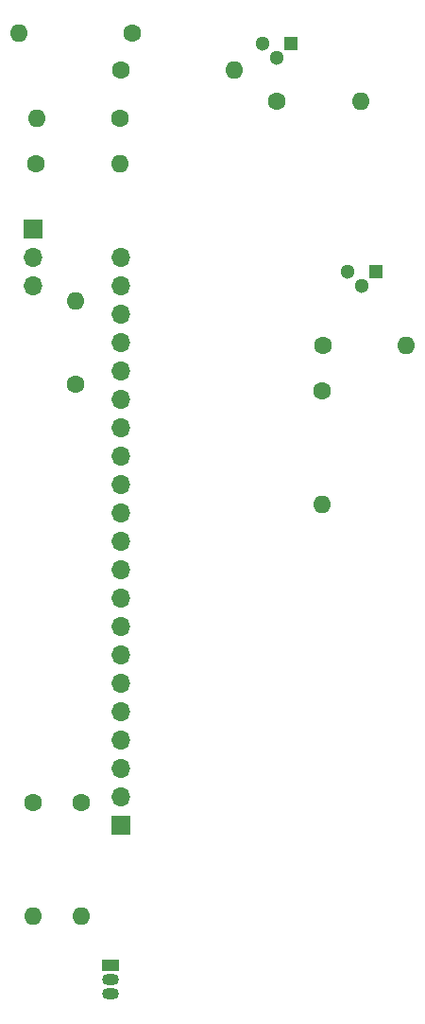
<source format=gbs>
G04 #@! TF.GenerationSoftware,KiCad,Pcbnew,(6.0.7)*
G04 #@! TF.CreationDate,2023-02-03T15:50:32+01:00*
G04 #@! TF.ProjectId,vogelhuisje_camera_board,766f6765-6c68-4756-9973-6a655f63616d,rev?*
G04 #@! TF.SameCoordinates,Original*
G04 #@! TF.FileFunction,Soldermask,Bot*
G04 #@! TF.FilePolarity,Negative*
%FSLAX46Y46*%
G04 Gerber Fmt 4.6, Leading zero omitted, Abs format (unit mm)*
G04 Created by KiCad (PCBNEW (6.0.7)) date 2023-02-03 15:50:32*
%MOMM*%
%LPD*%
G01*
G04 APERTURE LIST*
%ADD10C,1.600000*%
%ADD11O,1.600000X1.600000*%
%ADD12R,1.500000X1.050000*%
%ADD13O,1.500000X1.050000*%
%ADD14R,1.700000X1.700000*%
%ADD15O,1.700000X1.700000*%
%ADD16R,1.300000X1.300000*%
%ADD17C,1.300000*%
G04 APERTURE END LIST*
D10*
X102616000Y-59944000D03*
D11*
X92456000Y-59944000D03*
D12*
X100642000Y-143326000D03*
D13*
X100642000Y-144596000D03*
X100642000Y-145866000D03*
D10*
X119694000Y-87884000D03*
D11*
X127194000Y-87884000D03*
D10*
X119634000Y-91948000D03*
D11*
X119634000Y-102108000D03*
D14*
X101600000Y-130810000D03*
D15*
X101600000Y-128270000D03*
X101600000Y-125730000D03*
X101600000Y-123190000D03*
X101600000Y-120650000D03*
X101600000Y-118110000D03*
X101600000Y-115570000D03*
X101600000Y-113030000D03*
X101600000Y-110490000D03*
X101600000Y-107950000D03*
X101600000Y-105410000D03*
X101600000Y-102870000D03*
X101600000Y-100330000D03*
X101600000Y-97790000D03*
X101600000Y-95250000D03*
X101600000Y-92710000D03*
X101600000Y-90170000D03*
X101600000Y-87630000D03*
X101600000Y-85090000D03*
X101600000Y-82550000D03*
X101600000Y-80010000D03*
D16*
X116840000Y-60854000D03*
D17*
X115570000Y-62124000D03*
X114300000Y-60854000D03*
D10*
X101540000Y-67564000D03*
D11*
X94040000Y-67564000D03*
D10*
X93980000Y-71628000D03*
D11*
X101480000Y-71628000D03*
D10*
X93726000Y-128778000D03*
D11*
X93726000Y-138938000D03*
D10*
X101600000Y-63246000D03*
D11*
X111760000Y-63246000D03*
D10*
X97536000Y-91380000D03*
D11*
X97536000Y-83880000D03*
D10*
X98044000Y-128778000D03*
D11*
X98044000Y-138938000D03*
D14*
X93726000Y-77485000D03*
D15*
X93726000Y-80025000D03*
X93726000Y-82565000D03*
D10*
X115570000Y-66040000D03*
D11*
X123070000Y-66040000D03*
D16*
X124460000Y-81280000D03*
D17*
X123190000Y-82550000D03*
X121920000Y-81280000D03*
M02*

</source>
